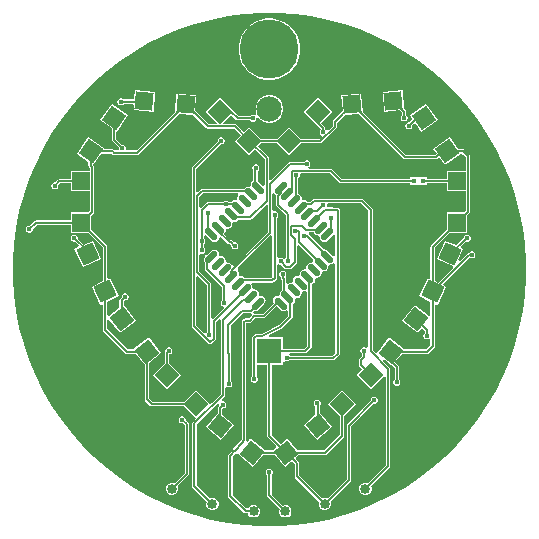
<source format=gtl>
G04*
G04 #@! TF.GenerationSoftware,Altium Limited,Altium Designer,25.0.2 (28)*
G04*
G04 Layer_Physical_Order=1*
G04 Layer_Color=255*
%FSLAX44Y44*%
%MOMM*%
G71*
G04*
G04 #@! TF.SameCoordinates,16F35CEF-FA67-4110-AEDA-BA59390F761F*
G04*
G04*
G04 #@! TF.FilePolarity,Positive*
G04*
G01*
G75*
%ADD14R,0.4500X0.4500*%
G04:AMPARAMS|DCode=15|XSize=0.55mm|YSize=1.3mm|CornerRadius=0mm|HoleSize=0mm|Usage=FLASHONLY|Rotation=315.000|XOffset=0mm|YOffset=0mm|HoleType=Round|Shape=Round|*
%AMOVALD15*
21,1,0.7500,0.5500,0.0000,0.0000,45.0*
1,1,0.5500,-0.2652,-0.2652*
1,1,0.5500,0.2652,0.2652*
%
%ADD15OVALD15*%

G04:AMPARAMS|DCode=16|XSize=0.55mm|YSize=1.3mm|CornerRadius=0mm|HoleSize=0mm|Usage=FLASHONLY|Rotation=45.000|XOffset=0mm|YOffset=0mm|HoleType=Round|Shape=Round|*
%AMOVALD16*
21,1,0.7500,0.5500,0.0000,0.0000,135.0*
1,1,0.5500,0.2652,-0.2652*
1,1,0.5500,-0.2652,0.2652*
%
%ADD16OVALD16*%

%ADD17P,2.1213X4X85.0*%
%ADD18P,2.1213X4X180.0*%
%ADD19P,2.1213X4X185.0*%
%ADD20P,2.1213X4X160.0*%
%ADD21P,2.1213X4X173.0*%
%ADD22P,2.1213X4X100.0*%
%ADD23P,2.1213X4X170.0*%
%ADD24P,2.1213X4X220.0*%
%ADD25R,1.5000X1.5000*%
%ADD26P,2.1213X4X110.0*%
%ADD27P,2.1213X4X90.0*%
%ADD28P,2.1213X4X97.0*%
%ADD29P,2.1213X4X50.0*%
%ADD35C,2.1450*%
%ADD36R,2.1450X2.1450*%
%ADD38C,0.1600*%
%ADD39C,0.8500*%
%ADD40C,5.0000*%
%ADD41C,0.4000*%
G36*
X1349727Y1005002D02*
X1363830Y1003146D01*
X1377782Y1000371D01*
X1391522Y996689D01*
X1404992Y992116D01*
X1418134Y986673D01*
X1430892Y980381D01*
X1443211Y973269D01*
X1455038Y965366D01*
X1466324Y956706D01*
X1477019Y947327D01*
X1487077Y937269D01*
X1496456Y926574D01*
X1505116Y915288D01*
X1513019Y903461D01*
X1520131Y891142D01*
X1526423Y878384D01*
X1531866Y865242D01*
X1536439Y851772D01*
X1540121Y838032D01*
X1542896Y824080D01*
X1544752Y809977D01*
X1545683Y795782D01*
Y788670D01*
Y781557D01*
X1544752Y767363D01*
X1542896Y753260D01*
X1540121Y739308D01*
X1536439Y725568D01*
X1531866Y712098D01*
X1526423Y698956D01*
X1520131Y686198D01*
X1513019Y673879D01*
X1505116Y662051D01*
X1496456Y650766D01*
X1487077Y640071D01*
X1477019Y630013D01*
X1466324Y620634D01*
X1455038Y611974D01*
X1443211Y604071D01*
X1430892Y596959D01*
X1418134Y590667D01*
X1404992Y585224D01*
X1391522Y580651D01*
X1377782Y576969D01*
X1363830Y574194D01*
X1349727Y572337D01*
X1335532Y571407D01*
X1321308D01*
X1307113Y572337D01*
X1293010Y574194D01*
X1279058Y576969D01*
X1265318Y580651D01*
X1251848Y585224D01*
X1238706Y590667D01*
X1225948Y596959D01*
X1213629Y604071D01*
X1201802Y611974D01*
X1190516Y620634D01*
X1179821Y630013D01*
X1169763Y640071D01*
X1160384Y650766D01*
X1151724Y662051D01*
X1143821Y673879D01*
X1136709Y686198D01*
X1130417Y698956D01*
X1124974Y712098D01*
X1120401Y725568D01*
X1116719Y739308D01*
X1113944Y753260D01*
X1112087Y767363D01*
X1111157Y781557D01*
Y788670D01*
Y795782D01*
X1112087Y809977D01*
X1113944Y824080D01*
X1116719Y838032D01*
X1120401Y851772D01*
X1124974Y865242D01*
X1130417Y878384D01*
X1136709Y891142D01*
X1143821Y903461D01*
X1151724Y915288D01*
X1160384Y926574D01*
X1169763Y937269D01*
X1179821Y947327D01*
X1190516Y956706D01*
X1201802Y965366D01*
X1213629Y973269D01*
X1225948Y980381D01*
X1238706Y986673D01*
X1251848Y992116D01*
X1265318Y996689D01*
X1279058Y1000371D01*
X1293010Y1003146D01*
X1307113Y1005002D01*
X1321308Y1005933D01*
X1335532D01*
X1349727Y1005002D01*
D02*
G37*
%LPC*%
G36*
X1330981Y1001360D02*
X1325859D01*
X1320836Y1000361D01*
X1316104Y998401D01*
X1311846Y995555D01*
X1308224Y991934D01*
X1305379Y987676D01*
X1303419Y982944D01*
X1302420Y977921D01*
Y972799D01*
X1303419Y967776D01*
X1305379Y963044D01*
X1308224Y958786D01*
X1311846Y955164D01*
X1316104Y952319D01*
X1320836Y950359D01*
X1325859Y949360D01*
X1330981D01*
X1336004Y950359D01*
X1340736Y952319D01*
X1344994Y955164D01*
X1348616Y958786D01*
X1351461Y963044D01*
X1353421Y967776D01*
X1354420Y972799D01*
Y977921D01*
X1353421Y982944D01*
X1351461Y987676D01*
X1348616Y991934D01*
X1344994Y995555D01*
X1340736Y998401D01*
X1336004Y1000361D01*
X1330981Y1001360D01*
D02*
G37*
G36*
X1214840Y940734D02*
X1214141Y932745D01*
X1205097D01*
X1204389Y933453D01*
X1203287Y933910D01*
X1202093D01*
X1200991Y933453D01*
X1200147Y932609D01*
X1199690Y931507D01*
Y930313D01*
X1200147Y929211D01*
X1200991Y928367D01*
X1202093Y927910D01*
X1203287D01*
X1204389Y928367D01*
X1205097Y929075D01*
X1212635D01*
X1213717Y927895D01*
X1213358Y923798D01*
X1230293Y922317D01*
X1231775Y939252D01*
X1214840Y940734D01*
D02*
G37*
G36*
X1441160D02*
X1424225Y939252D01*
X1425706Y922317D01*
X1438893Y923470D01*
X1440766Y921597D01*
Y919802D01*
X1439932Y918968D01*
X1439475Y917865D01*
Y916672D01*
X1439932Y915569D01*
X1440776Y914725D01*
X1441879Y914269D01*
X1443072D01*
X1444175Y914725D01*
X1445019Y915569D01*
X1445475Y916672D01*
Y917865D01*
X1445019Y918968D01*
X1444437Y919549D01*
Y922357D01*
X1444297Y923059D01*
X1443900Y923654D01*
X1442535Y925019D01*
X1441160Y940734D01*
D02*
G37*
G36*
X1406293Y937683D02*
X1389358Y936201D01*
X1390512Y923015D01*
X1382390Y914893D01*
X1381992Y914298D01*
X1381852Y913595D01*
Y910444D01*
X1378474Y907066D01*
X1376683Y907209D01*
X1375839Y908053D01*
X1375516Y908187D01*
Y908593D01*
X1375376Y909295D01*
X1374978Y909891D01*
X1371945Y912924D01*
X1381395Y922375D01*
X1369375Y934395D01*
X1357354Y922375D01*
X1367976Y911752D01*
X1368077Y911602D01*
X1371846Y907833D01*
Y907458D01*
X1371597Y907209D01*
X1371140Y906107D01*
Y904913D01*
X1371597Y903811D01*
X1372441Y902967D01*
X1372584Y901176D01*
X1370870Y899461D01*
X1354811D01*
X1344626Y909647D01*
X1334440Y899461D01*
X1321560D01*
X1311374Y909647D01*
X1306661Y904934D01*
X1300470Y911126D01*
X1299874Y911524D01*
X1299172Y911663D01*
X1290026D01*
X1289413Y913141D01*
X1296076Y919804D01*
X1300238Y915642D01*
X1300833Y915244D01*
X1301536Y915105D01*
X1312043D01*
X1312751Y914397D01*
X1313853Y913940D01*
X1315047D01*
X1316149Y914397D01*
X1316993Y915241D01*
X1317450Y916343D01*
Y917021D01*
X1318992Y917458D01*
X1319050Y917459D01*
X1321221Y915288D01*
X1323894Y913744D01*
X1326876Y912945D01*
X1329964D01*
X1332946Y913744D01*
X1335619Y915288D01*
X1337802Y917471D01*
X1339346Y920145D01*
X1340145Y923127D01*
Y926214D01*
X1339346Y929196D01*
X1337802Y931870D01*
X1335619Y934053D01*
X1332946Y935596D01*
X1329964Y936395D01*
X1326876D01*
X1323894Y935596D01*
X1321221Y934053D01*
X1319038Y931870D01*
X1317494Y929196D01*
X1316695Y926214D01*
Y923127D01*
X1317400Y920495D01*
X1316301Y919606D01*
X1316087Y919509D01*
X1315047Y919940D01*
X1313853D01*
X1312751Y919483D01*
X1312043Y918775D01*
X1302296D01*
X1297399Y923672D01*
X1297248Y923773D01*
X1286626Y934395D01*
X1274605Y922375D01*
X1283838Y913141D01*
X1283226Y911663D01*
X1276840D01*
X1265488Y923015D01*
X1266642Y936201D01*
X1249707Y937683D01*
X1248332Y921968D01*
X1215939Y889575D01*
X1208125D01*
X1206960Y890943D01*
Y892137D01*
X1206503Y893239D01*
X1205659Y894083D01*
X1204557Y894540D01*
X1203555D01*
X1198873Y899223D01*
Y905366D01*
X1199125Y905497D01*
X1199125D01*
X1208876Y919423D01*
X1194950Y929173D01*
X1185199Y915248D01*
X1195202Y908244D01*
Y898463D01*
X1195342Y897760D01*
X1195740Y897165D01*
X1200960Y891945D01*
Y890943D01*
X1199795Y889575D01*
X1197293D01*
X1196906Y889962D01*
X1196311Y890360D01*
X1195609Y890500D01*
X1188932D01*
X1188801Y890752D01*
Y890752D01*
X1174875Y900503D01*
X1165124Y886577D01*
X1175127Y879573D01*
Y876628D01*
X1175267Y875925D01*
X1175665Y875330D01*
X1176471Y874524D01*
Y872000D01*
X1160500D01*
Y865335D01*
X1150520D01*
X1149818Y865195D01*
X1149222Y864798D01*
X1147215Y862790D01*
X1146213D01*
X1145111Y862333D01*
X1144267Y861489D01*
X1143810Y860387D01*
Y859193D01*
X1144267Y858091D01*
X1145111Y857247D01*
X1146213Y856790D01*
X1147407D01*
X1148509Y857247D01*
X1149353Y858091D01*
X1149810Y859193D01*
Y860195D01*
X1151280Y861665D01*
X1160500D01*
Y855000D01*
X1176471D01*
Y838567D01*
X1174904Y837000D01*
X1160500D01*
Y830335D01*
X1130760D01*
X1130058Y830196D01*
X1129463Y829798D01*
X1125625Y825960D01*
X1124623D01*
X1123521Y825503D01*
X1122677Y824659D01*
X1122220Y823557D01*
Y822363D01*
X1122677Y821261D01*
X1123521Y820417D01*
X1124623Y819960D01*
X1125817D01*
X1126919Y820417D01*
X1127763Y821261D01*
X1128220Y822363D01*
Y823365D01*
X1131520Y826665D01*
X1160500D01*
Y820000D01*
X1174904D01*
X1187560Y807344D01*
Y778663D01*
X1178100Y774251D01*
X1185284Y758844D01*
X1186211Y759276D01*
X1187560Y758416D01*
Y737362D01*
X1187700Y736660D01*
X1188098Y736064D01*
X1206250Y717912D01*
X1206846Y717514D01*
X1207548Y717374D01*
X1215422D01*
X1222939Y707752D01*
Y678829D01*
X1223079Y678126D01*
X1223477Y677531D01*
X1227680Y673328D01*
X1228275Y672930D01*
X1228978Y672790D01*
X1256189D01*
X1265332Y663647D01*
X1266374Y662605D01*
X1265369Y661421D01*
X1263622Y659674D01*
X1263224Y659079D01*
X1263085Y658376D01*
Y605240D01*
X1263224Y604538D01*
X1263622Y603942D01*
X1275382Y592183D01*
X1274910Y591044D01*
Y588955D01*
X1275709Y587026D01*
X1277186Y585549D01*
X1279116Y584750D01*
X1281204D01*
X1283134Y585549D01*
X1284611Y587026D01*
X1285410Y588955D01*
Y591044D01*
X1284611Y592974D01*
X1283134Y594451D01*
X1281204Y595250D01*
X1279116D01*
X1277977Y594778D01*
X1266755Y606000D01*
Y657616D01*
X1284266Y675127D01*
X1285771Y674464D01*
X1285904Y673170D01*
X1285297Y672563D01*
X1284899Y671967D01*
X1284759Y671265D01*
Y667285D01*
X1274619Y655201D01*
X1287642Y644274D01*
X1298569Y657296D01*
X1288430Y665805D01*
Y670505D01*
X1289295Y671370D01*
X1289647D01*
X1290749Y671827D01*
X1291593Y672671D01*
X1292050Y673773D01*
Y674967D01*
X1291593Y676069D01*
X1290749Y676913D01*
X1289647Y677370D01*
X1288772D01*
X1288168Y678274D01*
X1287988Y678848D01*
X1290637Y681498D01*
X1291035Y682093D01*
X1291175Y682796D01*
Y688600D01*
X1291641Y688974D01*
X1292775Y689464D01*
X1293533Y689150D01*
X1294727D01*
X1295829Y689607D01*
X1296673Y690451D01*
X1297130Y691553D01*
Y692747D01*
X1296673Y693849D01*
X1295965Y694557D01*
Y717113D01*
X1295826Y717815D01*
X1295457Y718366D01*
Y741174D01*
X1305812Y751529D01*
X1312392D01*
X1313039Y751657D01*
X1313157Y751582D01*
X1314024Y750387D01*
X1314027Y750383D01*
X1313934Y750290D01*
X1310969Y747325D01*
X1307767D01*
X1307065Y747186D01*
X1306470Y746788D01*
X1305532Y745851D01*
X1305134Y745255D01*
X1304995Y744553D01*
Y644811D01*
X1303565Y643381D01*
X1303520Y643314D01*
X1303457Y643263D01*
X1297766Y636481D01*
X1297455Y636170D01*
X1297416Y636112D01*
X1297361Y636069D01*
X1294395Y632617D01*
X1294395Y632617D01*
X1294008Y632167D01*
X1293866Y631914D01*
X1293705Y631673D01*
X1293691Y631604D01*
X1293656Y631543D01*
X1293621Y631255D01*
X1293565Y630971D01*
X1293565Y630378D01*
Y596900D01*
X1293704Y596198D01*
X1294102Y595602D01*
X1307003Y582702D01*
X1307598Y582304D01*
X1308300Y582164D01*
X1310078Y582165D01*
X1310549Y581026D01*
X1312026Y579549D01*
X1313956Y578750D01*
X1316044D01*
X1317974Y579549D01*
X1319451Y581026D01*
X1320250Y582956D01*
Y585044D01*
X1319451Y586974D01*
X1317974Y588451D01*
X1316044Y589250D01*
X1313956D01*
X1312026Y588451D01*
X1310549Y586974D01*
X1310369Y586538D01*
X1308600Y586296D01*
X1297235Y597660D01*
Y630290D01*
X1300100Y633624D01*
X1300203Y633728D01*
X1301431Y632704D01*
X1301431Y632704D01*
X1314453Y621776D01*
X1322961Y631916D01*
X1333038D01*
X1341546Y621776D01*
X1347216Y626534D01*
X1349847Y623903D01*
Y613728D01*
X1349987Y613026D01*
X1350384Y612430D01*
X1370632Y592183D01*
X1370160Y591044D01*
Y588955D01*
X1370959Y587026D01*
X1372436Y585549D01*
X1374366Y584750D01*
X1376454D01*
X1378384Y585549D01*
X1379861Y587026D01*
X1380660Y588955D01*
Y591044D01*
X1380188Y592183D01*
X1397028Y609022D01*
X1397426Y609618D01*
X1397565Y610320D01*
Y655830D01*
X1416915Y675180D01*
X1417917D01*
X1419019Y675637D01*
X1419863Y676481D01*
X1420320Y677583D01*
Y678777D01*
X1419863Y679879D01*
X1419019Y680723D01*
X1417917Y681180D01*
X1416723D01*
X1415621Y680723D01*
X1414777Y679879D01*
X1414320Y678777D01*
Y677775D01*
X1394432Y657888D01*
X1394034Y657292D01*
X1393895Y656590D01*
Y611080D01*
X1377593Y594778D01*
X1376454Y595250D01*
X1374366D01*
X1373227Y594778D01*
X1353517Y614488D01*
Y624664D01*
X1353378Y625366D01*
X1352980Y625961D01*
X1350876Y628065D01*
X1350946Y629663D01*
X1353631Y631916D01*
X1375677D01*
X1376380Y632056D01*
X1376975Y632454D01*
X1390924Y646402D01*
X1391321Y646998D01*
X1391461Y647700D01*
Y664440D01*
X1401647Y674625D01*
X1389626Y686646D01*
X1377605Y674625D01*
X1387791Y664440D01*
Y648460D01*
X1374917Y635587D01*
X1352150D01*
X1343642Y645726D01*
X1337972Y640969D01*
X1330255Y648686D01*
Y708045D01*
X1340145D01*
Y710160D01*
X1340357Y710394D01*
X1341745Y711097D01*
X1342301Y710867D01*
X1343495D01*
X1344597Y711324D01*
X1345305Y712032D01*
X1382395D01*
X1383097Y712171D01*
X1383693Y712569D01*
X1387376Y716252D01*
X1387774Y716848D01*
X1387913Y717550D01*
Y839216D01*
X1387848Y839546D01*
X1387791Y839876D01*
X1387778Y839895D01*
X1387774Y839918D01*
X1387587Y840198D01*
X1387408Y840481D01*
X1387389Y840494D01*
X1387376Y840514D01*
X1387097Y840700D01*
X1386822Y840894D01*
X1386800Y840899D01*
X1386780Y840912D01*
X1386452Y840977D01*
X1386124Y841051D01*
X1378129Y841250D01*
X1376886Y842429D01*
Y843623D01*
X1378051Y844991D01*
X1405901D01*
X1412183Y838710D01*
Y722732D01*
X1410583Y722180D01*
X1410129Y722633D01*
X1409027Y723090D01*
X1407833D01*
X1406731Y722633D01*
X1405887Y721789D01*
X1405430Y720687D01*
Y719493D01*
X1405887Y718391D01*
X1406595Y717683D01*
Y715426D01*
X1404846Y713677D01*
X1404448Y713082D01*
X1404309Y712380D01*
Y707604D01*
X1404448Y706902D01*
X1404846Y706307D01*
X1407066Y704087D01*
X1402353Y699374D01*
X1414374Y687354D01*
X1425315Y698294D01*
X1426915Y697631D01*
Y622810D01*
X1411883Y607778D01*
X1410744Y608250D01*
X1408656D01*
X1406726Y607451D01*
X1405249Y605974D01*
X1404450Y604044D01*
Y601956D01*
X1405249Y600026D01*
X1406726Y598549D01*
X1408656Y597750D01*
X1410744D01*
X1412674Y598549D01*
X1414151Y600026D01*
X1414950Y601956D01*
Y604044D01*
X1414478Y605183D01*
X1430048Y620752D01*
X1430446Y621348D01*
X1430585Y622050D01*
Y704850D01*
X1430446Y705552D01*
X1430048Y706148D01*
X1424719Y711476D01*
X1425781Y712677D01*
X1431627Y708110D01*
X1434535Y705202D01*
Y695827D01*
X1433827Y695119D01*
X1433370Y694017D01*
Y692823D01*
X1433827Y691721D01*
X1434671Y690877D01*
X1435773Y690420D01*
X1436967D01*
X1438069Y690877D01*
X1438913Y691721D01*
X1439370Y692823D01*
Y694017D01*
X1438913Y695119D01*
X1438205Y695827D01*
Y705962D01*
X1438066Y706664D01*
X1437668Y707260D01*
X1434866Y710062D01*
X1440579Y717374D01*
X1461914D01*
X1462616Y717514D01*
X1463212Y717912D01*
X1467902Y722602D01*
X1468300Y723198D01*
X1468439Y723900D01*
Y758416D01*
X1469789Y759276D01*
X1470715Y758844D01*
X1477900Y774251D01*
X1476034Y775121D01*
X1475757Y776697D01*
X1498029Y798969D01*
X1498171Y798827D01*
X1499273Y798370D01*
X1500467D01*
X1501569Y798827D01*
X1502413Y799671D01*
X1502870Y800773D01*
Y801967D01*
X1502413Y803069D01*
X1501569Y803913D01*
X1500467Y804370D01*
X1499273D01*
X1498171Y803913D01*
X1497327Y803069D01*
X1497176Y802707D01*
X1496673Y802606D01*
X1496078Y802208D01*
X1489703Y795834D01*
X1488393Y796752D01*
X1492692Y805972D01*
X1490826Y806842D01*
X1490549Y808417D01*
X1494762Y812630D01*
X1495463Y812340D01*
X1496657D01*
X1497759Y812797D01*
X1498603Y813641D01*
X1499060Y814743D01*
Y815937D01*
X1498603Y817039D01*
X1497759Y817883D01*
X1496657Y818340D01*
X1495463D01*
X1494361Y817883D01*
X1493517Y817039D01*
X1493176Y816217D01*
X1493119Y816179D01*
X1486022Y809082D01*
X1477285Y813156D01*
X1470100Y797749D01*
X1483511Y791495D01*
X1483789Y789920D01*
X1471230Y777361D01*
X1468439Y778663D01*
Y807344D01*
X1481095Y820000D01*
X1495500D01*
Y834405D01*
X1497612Y836517D01*
X1498010Y837112D01*
X1498149Y837814D01*
Y884601D01*
X1498010Y885303D01*
X1497612Y885898D01*
X1493548Y889962D01*
X1492952Y890360D01*
X1492250Y890500D01*
X1488129D01*
X1481125Y900503D01*
X1467199Y890752D01*
X1469861Y886950D01*
X1468666Y885755D01*
X1443882D01*
X1407668Y921968D01*
X1406293Y937683D01*
D02*
G37*
G36*
X1461050Y929173D02*
X1447124Y919423D01*
X1449448Y916104D01*
X1446935Y913590D01*
X1445933D01*
X1444831Y913133D01*
X1443987Y912289D01*
X1443530Y911187D01*
Y909993D01*
X1443987Y908891D01*
X1444831Y908047D01*
X1445933Y907590D01*
X1447127D01*
X1448229Y908047D01*
X1449073Y908891D01*
X1449530Y909993D01*
Y910995D01*
X1450706Y912170D01*
X1452300Y912031D01*
X1456875Y905497D01*
X1470800Y915248D01*
X1461050Y929173D01*
D02*
G37*
G36*
X1163917Y818340D02*
X1162723D01*
X1161621Y817883D01*
X1160777Y817039D01*
X1160320Y815937D01*
Y814743D01*
X1160777Y813641D01*
X1161621Y812797D01*
X1162723Y812340D01*
X1163725D01*
X1166949Y809115D01*
X1166671Y807540D01*
X1163308Y805972D01*
X1170493Y790564D01*
X1185900Y797749D01*
X1178716Y813156D01*
X1171476Y809780D01*
X1166320Y814935D01*
Y815937D01*
X1165863Y817039D01*
X1165019Y817883D01*
X1163917Y818340D01*
D02*
G37*
G36*
X1369657Y678640D02*
X1368463D01*
X1367361Y678183D01*
X1366517Y677339D01*
X1366060Y676237D01*
Y675043D01*
X1366517Y673941D01*
X1367361Y673097D01*
X1367398Y673081D01*
Y665659D01*
X1357431Y657296D01*
X1368358Y644274D01*
X1381381Y655201D01*
X1371068Y667491D01*
Y673406D01*
X1371603Y673941D01*
X1372060Y675043D01*
Y676237D01*
X1371603Y677339D01*
X1370759Y678183D01*
X1369657Y678640D01*
D02*
G37*
G36*
X1255357Y664670D02*
X1254163D01*
X1253061Y664213D01*
X1252217Y663369D01*
X1251760Y662267D01*
Y661073D01*
X1252217Y659971D01*
X1253061Y659127D01*
X1254163Y658670D01*
X1255165D01*
X1256735Y657100D01*
Y616460D01*
X1248053Y607778D01*
X1246914Y608250D01*
X1244826D01*
X1242896Y607451D01*
X1241419Y605974D01*
X1240620Y604044D01*
Y601956D01*
X1241419Y600026D01*
X1242896Y598549D01*
X1244826Y597750D01*
X1246914D01*
X1248844Y598549D01*
X1250321Y600026D01*
X1251120Y601956D01*
Y604044D01*
X1250648Y605183D01*
X1259868Y614402D01*
X1260266Y614998D01*
X1260405Y615700D01*
Y657860D01*
X1260266Y658562D01*
X1259868Y659158D01*
X1257760Y661265D01*
Y662267D01*
X1257303Y663369D01*
X1256459Y664213D01*
X1255357Y664670D01*
D02*
G37*
G36*
X1329017Y620220D02*
X1327823D01*
X1326721Y619763D01*
X1325877Y618919D01*
X1325420Y617817D01*
Y616623D01*
X1325877Y615521D01*
X1326585Y614813D01*
Y597420D01*
X1326724Y596717D01*
X1327122Y596122D01*
X1337061Y586183D01*
X1336590Y585044D01*
Y582956D01*
X1337389Y581026D01*
X1338866Y579549D01*
X1340795Y578750D01*
X1342884D01*
X1344814Y579549D01*
X1346291Y581026D01*
X1347090Y582956D01*
Y585044D01*
X1346291Y586974D01*
X1344814Y588451D01*
X1342884Y589250D01*
X1340795D01*
X1339657Y588778D01*
X1330255Y598180D01*
Y614813D01*
X1330963Y615521D01*
X1331420Y616623D01*
Y617817D01*
X1330963Y618919D01*
X1330119Y619763D01*
X1329017Y620220D01*
D02*
G37*
%LPD*%
G36*
X1441824Y882622D02*
X1442419Y882224D01*
X1443121Y882085D01*
X1469426D01*
X1470128Y882224D01*
X1470724Y882622D01*
X1471119Y883017D01*
X1472713Y882878D01*
X1476950Y876826D01*
X1490876Y886577D01*
X1492283Y886036D01*
X1494479Y883840D01*
Y872000D01*
X1478500D01*
Y865335D01*
X1473195D01*
X1472692Y865435D01*
X1461830D01*
Y866850D01*
X1455430D01*
X1455330Y866850D01*
X1453830D01*
X1453730Y866850D01*
X1447330D01*
Y865435D01*
X1389886D01*
X1381788Y873534D01*
X1381192Y873932D01*
X1380490Y874071D01*
X1361799D01*
X1361481Y875671D01*
X1361634Y875734D01*
X1362478Y876578D01*
X1362934Y877681D01*
Y878874D01*
X1362478Y879977D01*
X1361634Y880821D01*
X1360531Y881278D01*
X1359337D01*
X1358235Y880821D01*
X1357527Y880113D01*
X1346184D01*
X1345482Y879973D01*
X1344886Y879575D01*
X1329447Y864136D01*
X1327969Y864749D01*
Y882866D01*
X1327830Y883568D01*
X1327432Y884164D01*
X1318682Y892913D01*
X1321560Y895791D01*
X1334440D01*
X1344626Y885605D01*
X1354811Y895791D01*
X1371630D01*
X1372332Y895930D01*
X1372928Y896328D01*
X1384985Y908386D01*
X1385383Y908981D01*
X1385523Y909683D01*
Y912835D01*
X1392060Y919373D01*
X1404026Y920420D01*
X1441824Y882622D01*
D02*
G37*
G36*
X1263940Y919373D02*
X1274782Y908530D01*
X1275378Y908132D01*
X1276080Y907993D01*
X1298412D01*
X1304066Y902338D01*
X1299353Y897626D01*
X1311374Y885605D01*
X1316087Y890318D01*
X1324299Y882106D01*
Y860379D01*
X1322699Y859716D01*
X1318926Y863489D01*
X1318441Y863813D01*
Y872384D01*
X1318689Y872487D01*
X1319533Y873331D01*
X1319990Y874433D01*
Y875627D01*
X1319533Y876729D01*
X1318689Y877573D01*
X1317587Y878030D01*
X1316393D01*
X1315291Y877573D01*
X1314447Y876729D01*
X1313990Y875627D01*
Y874433D01*
X1314447Y873331D01*
X1314771Y873006D01*
Y864320D01*
X1314759Y864318D01*
X1313519Y863489D01*
X1312690Y862249D01*
X1312399Y860786D01*
X1312535Y860100D01*
X1311251Y858816D01*
X1310565Y858952D01*
X1309102Y858661D01*
X1307862Y857832D01*
X1307341Y857053D01*
X1271524D01*
X1270822Y856914D01*
X1270226Y856516D01*
X1267726Y854015D01*
X1266247Y854627D01*
Y873762D01*
X1287375Y894890D01*
X1288377D01*
X1289479Y895347D01*
X1290323Y896191D01*
X1290780Y897293D01*
Y898487D01*
X1290323Y899589D01*
X1289479Y900433D01*
X1288377Y900890D01*
X1287183D01*
X1286081Y900433D01*
X1285237Y899589D01*
X1284780Y898487D01*
Y897486D01*
X1263114Y875820D01*
X1262716Y875224D01*
X1262577Y874522D01*
Y740918D01*
X1262716Y740216D01*
X1263114Y739620D01*
X1276576Y726158D01*
X1277172Y725760D01*
X1277874Y725621D01*
X1278382D01*
X1279084Y725760D01*
X1279680Y726158D01*
X1282474Y728952D01*
X1282872Y729548D01*
X1283011Y730250D01*
Y744015D01*
X1286063Y747067D01*
X1287538Y746279D01*
X1287504Y746110D01*
Y683556D01*
X1279579Y675630D01*
X1278395Y674625D01*
X1266374Y686646D01*
X1256189Y676461D01*
X1229738D01*
X1226609Y679589D01*
Y709857D01*
X1236705Y717745D01*
X1226239Y731141D01*
X1213317Y721045D01*
X1208308D01*
X1191231Y738122D01*
Y745738D01*
X1192831Y746289D01*
X1201761Y734859D01*
X1215157Y745325D01*
X1205061Y758247D01*
Y761776D01*
X1206095Y762810D01*
X1207097D01*
X1208199Y763267D01*
X1209043Y764111D01*
X1209500Y765213D01*
Y766407D01*
X1209043Y767509D01*
X1208199Y768353D01*
X1207097Y768810D01*
X1205903D01*
X1204801Y768353D01*
X1203957Y767509D01*
X1203500Y766407D01*
Y765405D01*
X1201928Y763834D01*
X1201530Y763238D01*
X1201391Y762536D01*
Y756143D01*
X1192831Y749455D01*
X1191231Y750236D01*
Y761617D01*
X1200692Y766028D01*
X1193507Y781435D01*
X1192580Y781003D01*
X1191231Y781863D01*
Y808105D01*
X1191091Y808807D01*
X1190693Y809402D01*
X1177500Y822596D01*
Y834405D01*
X1179604Y836509D01*
X1180002Y837104D01*
X1180141Y837806D01*
Y875284D01*
X1180002Y875986D01*
X1179604Y876582D01*
X1179177Y877008D01*
X1186054Y886830D01*
X1194848D01*
X1195236Y886442D01*
X1195831Y886044D01*
X1196533Y885905D01*
X1216699D01*
X1217401Y886044D01*
X1217997Y886442D01*
X1251974Y920420D01*
X1263940Y919373D01*
D02*
G37*
G36*
X1301451Y853113D02*
X1301943Y851783D01*
X1301376Y850935D01*
X1301085Y849472D01*
X1301222Y848786D01*
X1299937Y847502D01*
X1299252Y847638D01*
X1297789Y847347D01*
X1296548Y846518D01*
X1296120Y845877D01*
X1293997D01*
X1293289Y846585D01*
X1292187Y847042D01*
X1290993D01*
X1289891Y846585D01*
X1289183Y845877D01*
X1276350D01*
X1275648Y845738D01*
X1275052Y845340D01*
X1270641Y840929D01*
X1269041Y841591D01*
Y850140D01*
X1272284Y853383D01*
X1301234D01*
X1301451Y853113D01*
D02*
G37*
G36*
X1327093Y843109D02*
Y820660D01*
X1298450Y792018D01*
X1297511Y792145D01*
X1296630Y792460D01*
X1295945Y793486D01*
X1294705Y794315D01*
X1293241Y794606D01*
X1292557Y794469D01*
X1291272Y795754D01*
X1291408Y796439D01*
X1291117Y797902D01*
X1290288Y799142D01*
X1289048Y799971D01*
X1287585Y800262D01*
X1286899Y800126D01*
X1285615Y801410D01*
X1285751Y802096D01*
X1285460Y803559D01*
X1284631Y804799D01*
X1283391Y805628D01*
X1281928Y805919D01*
X1280465Y805628D01*
X1279224Y804799D01*
X1275704Y801279D01*
X1275334D01*
X1274632Y801140D01*
X1274036Y800742D01*
X1273638Y800146D01*
X1273499Y799444D01*
Y798864D01*
X1273092Y798256D01*
X1272801Y796793D01*
X1273092Y795329D01*
X1273499Y794721D01*
Y789432D01*
X1273638Y788730D01*
X1274036Y788134D01*
X1288485Y773686D01*
Y763137D01*
X1287777Y762429D01*
X1287320Y761327D01*
Y760133D01*
X1287777Y759031D01*
X1288621Y758187D01*
X1289405Y757862D01*
X1289852Y756758D01*
X1289935Y756130D01*
X1280801Y746996D01*
X1279201Y747659D01*
Y776224D01*
X1279062Y776926D01*
X1278664Y777522D01*
X1269041Y787144D01*
Y801124D01*
X1270641Y802193D01*
X1270673Y802180D01*
X1271867D01*
X1272969Y802637D01*
X1273813Y803481D01*
X1274270Y804583D01*
Y805777D01*
X1273813Y806879D01*
X1273105Y807587D01*
Y810393D01*
X1273813Y811101D01*
X1274270Y812203D01*
Y813397D01*
X1273813Y814499D01*
X1273105Y815207D01*
Y817037D01*
X1274705Y817700D01*
X1279224Y813181D01*
X1280465Y812352D01*
X1281928Y812061D01*
X1283391Y812352D01*
X1284631Y813181D01*
X1285460Y814421D01*
X1285731Y815780D01*
X1286144Y816049D01*
X1287257Y816517D01*
X1293325Y810449D01*
X1293920Y810051D01*
X1294623Y809911D01*
X1295034D01*
X1296210Y808735D01*
Y808383D01*
X1296667Y807281D01*
X1297511Y806437D01*
X1298613Y805980D01*
X1299807D01*
X1300909Y806437D01*
X1301753Y807281D01*
X1302210Y808383D01*
Y809577D01*
X1301753Y810679D01*
X1300909Y811523D01*
X1299807Y811980D01*
X1298613D01*
X1298290Y811846D01*
X1297092Y813044D01*
X1296496Y813442D01*
X1295794Y813582D01*
X1295383D01*
X1290274Y818691D01*
X1290288Y818838D01*
X1291117Y820078D01*
X1291408Y821541D01*
X1291272Y822226D01*
X1292557Y823511D01*
X1293241Y823374D01*
X1294705Y823665D01*
X1295945Y824494D01*
X1296774Y825735D01*
X1297065Y827198D01*
X1296929Y827883D01*
X1298213Y829168D01*
X1298898Y829032D01*
X1300362Y829323D01*
X1301602Y830151D01*
X1302182Y831020D01*
X1312153D01*
X1312855Y831159D01*
X1313450Y831557D01*
X1325614Y843721D01*
X1327093Y843109D01*
D02*
G37*
G36*
X1365723Y820078D02*
X1366552Y818838D01*
X1367793Y818009D01*
X1369256Y817718D01*
X1369941Y817854D01*
X1371225Y816569D01*
X1371089Y815884D01*
X1371380Y814421D01*
X1372209Y813181D01*
X1373449Y812352D01*
X1374912Y812061D01*
X1376375Y812352D01*
X1377616Y813181D01*
X1382643Y818207D01*
X1383718Y817945D01*
X1384243Y817590D01*
Y800389D01*
X1383718Y800035D01*
X1382643Y799772D01*
X1377616Y804799D01*
X1376375Y805628D01*
X1374912Y805919D01*
X1374757Y805888D01*
X1361849Y818797D01*
X1361519Y819017D01*
X1361642Y820233D01*
X1361786Y820617D01*
X1365616D01*
X1365723Y820078D01*
D02*
G37*
G36*
X1332611Y852779D02*
X1333851Y851950D01*
X1334310Y851859D01*
X1334205Y851329D01*
Y843726D01*
X1334344Y843024D01*
X1334742Y842428D01*
X1342155Y835016D01*
Y798642D01*
X1340778Y797734D01*
X1339880Y797962D01*
X1339517Y798325D01*
X1338415Y798782D01*
X1337221D01*
X1336119Y798325D01*
X1334573Y799043D01*
Y832457D01*
X1335281Y833165D01*
X1335738Y834268D01*
Y835461D01*
X1335281Y836564D01*
X1334437Y837408D01*
X1333335Y837865D01*
X1332141D01*
X1330763Y839025D01*
Y852663D01*
X1332363Y853149D01*
X1332611Y852779D01*
D02*
G37*
G36*
X1365636Y797463D02*
X1365432Y796439D01*
X1365568Y795754D01*
X1364283Y794469D01*
X1363599Y794606D01*
X1362135Y794315D01*
X1360895Y793486D01*
X1360066Y792245D01*
X1359775Y790782D01*
X1359911Y790097D01*
X1358627Y788812D01*
X1357941Y788949D01*
X1356478Y788658D01*
X1355238Y787829D01*
X1354409Y786588D01*
X1354118Y785125D01*
X1354254Y784441D01*
X1352970Y783156D01*
X1352285Y783292D01*
X1350822Y783001D01*
X1349581Y782172D01*
X1348752Y780932D01*
X1348461Y779469D01*
X1348598Y778783D01*
X1347313Y777498D01*
X1346628Y777635D01*
X1345165Y777344D01*
X1344301Y776767D01*
X1343009Y777234D01*
X1342701Y777476D01*
Y780655D01*
X1342562Y781357D01*
X1342164Y781952D01*
X1342144Y781972D01*
Y782912D01*
X1342393Y783161D01*
X1342850Y784263D01*
Y785457D01*
X1342393Y786559D01*
X1341549Y787403D01*
X1340447Y787860D01*
X1339253D01*
X1338151Y787403D01*
X1337307Y786559D01*
X1336850Y785457D01*
Y784263D01*
X1337307Y783161D01*
X1338151Y782317D01*
X1338474Y782183D01*
Y781211D01*
X1338614Y780509D01*
X1339012Y779914D01*
X1339031Y779894D01*
Y771368D01*
X1338268Y770858D01*
X1337439Y769618D01*
X1337148Y768155D01*
X1337284Y767469D01*
X1336000Y766185D01*
X1335314Y766321D01*
X1333851Y766030D01*
X1332611Y765201D01*
X1331782Y763961D01*
X1331491Y762498D01*
X1331782Y761035D01*
X1332061Y760617D01*
X1322834Y751389D01*
X1315793D01*
X1315587Y751348D01*
X1315098Y751852D01*
X1314971Y752142D01*
X1314825Y752869D01*
X1315450Y753525D01*
X1316223Y753371D01*
X1317686Y753662D01*
X1318926Y754491D01*
X1324229Y759794D01*
X1325058Y761035D01*
X1325349Y762498D01*
X1325058Y763961D01*
X1324229Y765201D01*
X1322989Y766030D01*
X1321526Y766321D01*
X1320840Y766185D01*
X1319556Y767469D01*
X1319692Y768155D01*
X1319401Y769618D01*
X1318572Y770858D01*
X1317332Y771687D01*
X1315869Y771978D01*
X1315184Y771842D01*
X1313899Y773127D01*
X1314036Y773811D01*
X1313745Y775275D01*
X1313199Y776091D01*
X1313740Y777492D01*
X1313908Y777691D01*
X1330833D01*
X1331535Y777830D01*
X1332131Y778228D01*
X1334036Y780133D01*
X1334434Y780729D01*
X1334573Y781431D01*
Y792521D01*
X1336119Y793239D01*
X1337221Y792782D01*
X1338223D01*
X1341092Y789912D01*
X1341688Y789514D01*
X1342390Y789375D01*
X1346200D01*
X1346902Y789514D01*
X1347498Y789912D01*
X1351562Y793976D01*
X1351960Y794572D01*
X1352099Y795274D01*
Y808909D01*
X1353578Y809521D01*
X1365636Y797463D01*
D02*
G37*
G36*
X1383658Y793590D02*
X1384243Y793195D01*
Y718310D01*
X1381635Y715702D01*
X1346009D01*
X1345515Y716086D01*
X1345346Y716335D01*
X1346194Y717935D01*
X1358900D01*
X1359602Y718074D01*
X1360198Y718472D01*
X1363500Y721774D01*
X1363898Y722370D01*
X1364037Y723072D01*
Y776156D01*
X1364708Y776289D01*
X1365948Y777118D01*
X1366777Y778359D01*
X1367068Y779822D01*
X1366932Y780507D01*
X1368216Y781792D01*
X1368902Y781655D01*
X1370365Y781946D01*
X1371606Y782775D01*
X1372434Y784016D01*
X1372725Y785479D01*
X1372589Y786163D01*
X1373874Y787448D01*
X1374559Y787312D01*
X1376022Y787603D01*
X1377262Y788432D01*
X1378091Y789672D01*
X1378382Y791135D01*
X1378246Y791821D01*
X1379530Y793105D01*
X1380216Y792969D01*
X1381679Y793260D01*
X1382643Y793904D01*
X1383658Y793590D01*
D02*
G37*
G36*
X1330903Y817016D02*
Y782191D01*
X1330073Y781361D01*
X1307800D01*
X1307259Y782172D01*
X1306018Y783001D01*
X1304555Y783292D01*
X1303871Y783156D01*
X1302586Y784441D01*
X1302722Y785125D01*
X1302431Y786588D01*
X1301602Y787829D01*
X1301467Y789843D01*
X1329303Y817679D01*
X1330903Y817016D01*
D02*
G37*
G36*
X1387828Y862302D02*
X1388424Y861904D01*
X1389126Y861765D01*
X1447330D01*
Y860350D01*
X1453730D01*
X1453830Y860350D01*
X1455330D01*
X1455430Y860350D01*
X1461830D01*
Y861765D01*
X1472289D01*
X1472792Y861665D01*
X1478500D01*
Y855000D01*
X1494479D01*
Y838575D01*
X1492904Y837000D01*
X1478500D01*
Y822596D01*
X1465306Y809402D01*
X1464909Y808807D01*
X1464769Y808105D01*
Y781863D01*
X1463419Y781003D01*
X1462493Y781435D01*
X1455308Y766028D01*
X1464769Y761617D01*
Y750236D01*
X1463169Y749455D01*
X1451309Y758721D01*
X1440843Y745325D01*
X1454239Y734859D01*
X1456948Y738326D01*
X1458545Y738424D01*
X1459935Y737034D01*
Y735197D01*
X1459227Y734489D01*
X1458770Y733387D01*
Y732193D01*
X1459227Y731091D01*
X1460071Y730247D01*
X1461173Y729790D01*
X1462367D01*
X1463169Y730122D01*
X1464238Y729677D01*
X1464769Y729284D01*
Y724660D01*
X1461154Y721045D01*
X1442683D01*
X1429761Y731141D01*
X1419917Y718541D01*
X1417911Y718285D01*
X1415853Y720342D01*
Y839470D01*
X1415714Y840172D01*
X1415316Y840768D01*
X1407959Y848124D01*
X1407364Y848522D01*
X1406662Y848662D01*
X1366362D01*
X1365660Y848522D01*
X1365064Y848124D01*
X1362563Y845623D01*
X1360890D01*
X1360292Y846518D01*
X1359051Y847347D01*
X1357588Y847638D01*
X1356903Y847502D01*
X1355618Y848786D01*
X1355755Y849472D01*
X1355464Y850935D01*
X1354635Y852176D01*
X1353394Y853004D01*
X1352861Y853110D01*
Y866019D01*
X1353569Y866727D01*
X1354026Y867829D01*
Y869023D01*
X1355187Y870401D01*
X1379730D01*
X1387828Y862302D01*
D02*
G37*
G36*
X1359821Y770021D02*
X1360367Y769587D01*
Y723832D01*
X1358140Y721605D01*
X1340145D01*
Y731495D01*
X1328287D01*
X1327915Y733051D01*
X1338591Y738462D01*
X1338819Y738641D01*
X1339059Y738801D01*
X1347498Y747240D01*
X1347896Y747836D01*
X1348035Y748538D01*
Y759518D01*
X1348978Y760148D01*
X1349807Y761388D01*
X1350098Y762851D01*
X1349962Y763536D01*
X1351247Y764821D01*
X1351931Y764685D01*
X1353394Y764976D01*
X1354635Y765805D01*
X1355464Y767045D01*
X1355755Y768508D01*
X1355618Y769194D01*
X1356903Y770478D01*
X1357588Y770342D01*
X1358767Y770576D01*
X1359821Y770021D01*
D02*
G37*
G36*
X1275531Y775464D02*
Y735832D01*
X1274823Y735124D01*
X1273006Y734919D01*
X1266247Y741678D01*
Y782657D01*
X1267726Y783269D01*
X1275531Y775464D01*
D02*
G37*
G36*
X1337914Y754491D02*
X1339154Y753662D01*
X1340618Y753371D01*
X1342081Y753662D01*
X1342765Y754119D01*
X1344365Y753392D01*
Y749298D01*
X1336671Y741604D01*
X1321925Y734130D01*
X1316949D01*
X1316247Y733990D01*
X1315652Y733593D01*
X1314422Y732363D01*
X1314025Y731768D01*
X1313885Y731066D01*
Y728842D01*
X1313885Y728842D01*
Y698367D01*
X1313177Y697659D01*
X1312720Y696557D01*
Y695363D01*
X1313177Y694261D01*
X1314021Y693417D01*
X1315123Y692960D01*
X1316317D01*
X1317419Y693417D01*
X1318263Y694261D01*
X1318720Y695363D01*
Y696557D01*
X1318263Y697659D01*
X1317555Y698367D01*
Y708045D01*
X1326585D01*
Y647926D01*
X1326724Y647223D01*
X1327122Y646628D01*
X1334312Y639438D01*
X1334243Y637839D01*
X1331558Y635587D01*
X1324442D01*
X1312358Y645726D01*
X1310072Y643002D01*
X1308604Y643742D01*
X1308665Y644051D01*
Y743655D01*
X1311729D01*
X1312432Y743794D01*
X1313027Y744192D01*
X1316554Y747719D01*
X1323594D01*
X1324296Y747858D01*
X1324892Y748256D01*
X1334520Y757885D01*
X1337914Y754491D01*
D02*
G37*
%LPC*%
G36*
X1243927Y723090D02*
X1242733D01*
X1241631Y722633D01*
X1240787Y721789D01*
X1240330Y720687D01*
Y719493D01*
X1240464Y719170D01*
X1240328Y719034D01*
X1239930Y718439D01*
X1239790Y717736D01*
Y709560D01*
X1229605Y699374D01*
X1241626Y687354D01*
X1253646Y699374D01*
X1243461Y709560D01*
Y716976D01*
X1243575Y717090D01*
X1243927D01*
X1245029Y717547D01*
X1245873Y718391D01*
X1246330Y719493D01*
Y720687D01*
X1245873Y721789D01*
X1245029Y722633D01*
X1243927Y723090D01*
D02*
G37*
%LPD*%
D14*
X1450580Y863600D02*
D03*
X1458580D02*
D03*
D15*
X1337966Y858134D02*
D03*
X1343623Y852477D02*
D03*
X1349279Y846820D02*
D03*
X1354937Y841163D02*
D03*
X1360593Y835507D02*
D03*
X1366250Y829849D02*
D03*
X1371907Y824193D02*
D03*
X1377564Y818536D02*
D03*
X1318874Y759846D02*
D03*
X1313217Y765503D02*
D03*
X1307560Y771160D02*
D03*
X1301903Y776817D02*
D03*
X1296247Y782473D02*
D03*
X1290590Y788130D02*
D03*
X1284933Y793787D02*
D03*
X1279276Y799444D02*
D03*
D16*
X1377564D02*
D03*
X1371907Y793787D02*
D03*
X1366250Y788130D02*
D03*
X1360593Y782473D02*
D03*
X1354937Y776817D02*
D03*
X1349279Y771160D02*
D03*
X1343623Y765503D02*
D03*
X1337966Y759846D02*
D03*
X1279276Y818536D02*
D03*
X1284933Y824193D02*
D03*
X1290590Y829849D02*
D03*
X1296247Y835507D02*
D03*
X1301903Y841163D02*
D03*
X1307560Y846820D02*
D03*
X1313217Y852477D02*
D03*
X1318874Y858134D02*
D03*
D17*
X1369406Y656249D02*
D03*
X1342594Y633751D02*
D03*
D18*
X1241626Y699374D02*
D03*
X1266374Y674625D02*
D03*
X1286626Y922375D02*
D03*
X1311374Y897626D02*
D03*
D19*
X1286594Y656249D02*
D03*
X1313406Y633751D02*
D03*
D20*
X1174604Y801860D02*
D03*
X1189396Y770140D02*
D03*
D21*
X1203226Y746790D02*
D03*
X1224774Y719210D02*
D03*
D22*
X1197038Y917335D02*
D03*
X1176962Y888665D02*
D03*
D23*
X1458962Y917335D02*
D03*
X1479037Y888665D02*
D03*
D24*
X1222567Y931525D02*
D03*
X1257434Y928475D02*
D03*
D25*
X1169000Y863500D02*
D03*
Y828500D02*
D03*
X1487000Y863500D02*
D03*
Y828500D02*
D03*
D26*
X1481396Y801860D02*
D03*
X1466604Y770140D02*
D03*
D27*
X1414374Y699374D02*
D03*
X1389626Y674625D02*
D03*
X1369375Y922375D02*
D03*
X1344626Y897626D02*
D03*
D28*
X1452774Y746790D02*
D03*
X1431226Y719210D02*
D03*
D29*
X1433433Y931525D02*
D03*
X1398567Y928475D02*
D03*
D35*
X1328420Y924670D02*
D03*
D36*
Y719770D02*
D03*
D38*
X1286594Y671265D02*
X1289050Y673721D01*
X1286594Y656249D02*
Y671265D01*
X1289050Y673721D02*
Y674370D01*
X1289340Y682796D02*
Y746110D01*
X1264920Y658376D02*
X1289340Y682796D01*
X1264920Y605240D02*
Y658376D01*
Y605240D02*
X1280160Y590000D01*
X1293622Y717621D02*
Y741934D01*
Y717621D02*
X1294130Y717113D01*
Y692150D02*
Y717113D01*
X1289340Y746110D02*
X1306353Y763123D01*
X1293622Y741934D02*
X1305052Y753364D01*
X1281176Y744775D02*
X1307560Y771160D01*
X1277874Y727456D02*
X1278382D01*
X1264412Y740918D02*
X1277874Y727456D01*
X1278382D02*
X1281176Y730250D01*
Y744775D01*
X1277366Y733425D02*
Y776224D01*
X1306353Y763123D02*
X1310837D01*
X1313217Y765503D01*
X1311729Y745490D02*
X1315325Y749085D01*
X1307767Y745490D02*
X1311729D01*
X1306830Y744553D02*
X1307767Y745490D01*
X1315325Y749085D02*
X1315793Y749554D01*
X1323594D01*
X1306830Y644051D02*
Y744553D01*
X1258570Y615700D02*
Y657860D01*
X1254760Y661670D02*
X1258570Y657860D01*
X1443121Y883920D02*
X1469426D01*
X1398567Y928475D02*
X1443121Y883920D01*
X1469426D02*
X1474171Y888665D01*
X1492250D01*
X1304863Y642083D02*
X1306830Y644051D01*
X1337200Y760612D02*
X1337966Y759846D01*
X1334652Y760612D02*
X1337200D01*
X1323594Y749554D02*
X1334652Y760612D01*
X1315720Y728842D02*
Y731066D01*
X1315720Y728842D02*
X1315720Y728842D01*
X1315720Y728289D02*
Y728842D01*
X1315720Y731066D02*
X1316949Y732295D01*
X1322363D02*
X1337761Y740099D01*
X1346200Y748538D01*
X1315720Y695960D02*
Y728289D01*
X1316949Y732295D02*
X1322363D01*
X1346200Y748538D02*
Y765503D01*
X1328420Y597420D02*
Y617220D01*
X1313406Y633751D02*
X1342594D01*
X1328420Y647926D02*
X1342594Y633751D01*
X1328420Y647926D02*
Y719770D01*
Y597420D02*
X1341840Y584000D01*
X1298753Y634873D02*
X1299120Y635240D01*
X1304863Y642083D01*
X1295786Y631421D02*
X1298753Y634873D01*
X1383687Y913595D02*
X1398567Y928475D01*
X1362202Y723072D02*
Y782473D01*
X1414018Y719582D02*
X1428750Y704850D01*
X1409700Y603000D02*
X1428750Y622050D01*
Y704850D01*
X1414018Y719582D02*
Y839470D01*
X1408430Y714666D02*
Y720090D01*
X1406144Y712380D02*
X1408430Y714666D01*
X1406144Y707604D02*
Y712380D01*
X1406662Y846826D02*
X1414018Y839470D01*
X1221951Y930910D02*
X1222567Y931525D01*
X1202690Y930910D02*
X1221951D01*
X1195609Y888665D02*
X1196533Y887740D01*
X1216699D01*
X1197038Y898463D02*
Y917335D01*
Y898463D02*
X1203960Y891540D01*
X1216699Y887740D02*
X1257434Y928475D01*
X1176962Y888665D02*
X1195609D01*
X1146810Y859790D02*
X1150520Y863500D01*
X1169000D01*
X1176962Y876628D02*
X1178306Y875284D01*
X1169000Y828500D02*
X1178306Y837806D01*
Y875284D01*
X1130760Y828500D02*
X1169000D01*
X1125220Y822960D02*
X1130760Y828500D01*
X1163320Y815340D02*
X1174604Y804056D01*
Y801860D02*
Y804056D01*
X1169000Y828500D02*
X1189396Y808105D01*
Y770140D02*
Y808105D01*
Y737362D02*
Y770140D01*
X1275334Y796793D02*
Y799444D01*
Y789432D02*
X1290320Y774446D01*
X1275334Y789432D02*
Y796793D01*
X1290320Y760730D02*
Y774446D01*
X1295794Y811747D02*
X1298561Y808980D01*
X1299210D01*
X1294623Y811747D02*
X1295794D01*
X1271270Y805180D02*
Y838962D01*
X1284933Y821436D02*
X1294623Y811747D01*
X1284933Y821436D02*
Y824193D01*
X1271270Y838962D02*
X1276350Y844042D01*
X1267206Y786384D02*
X1277366Y776224D01*
X1264412Y874522D02*
X1287780Y897890D01*
X1267206Y786384D02*
Y850900D01*
X1271524Y855218D01*
X1264412Y740918D02*
Y874522D01*
X1350391Y821690D02*
X1353089D01*
X1353343Y812351D02*
Y821436D01*
X1353089Y821690D02*
X1353343Y821436D01*
X1340309Y781211D02*
Y784401D01*
X1339850Y784860D02*
X1340309Y784401D01*
Y781211D02*
X1340866Y780655D01*
Y768260D02*
Y780655D01*
Y768260D02*
X1343623Y765503D01*
X1346200D01*
X1316606Y860402D02*
Y874646D01*
Y860402D02*
X1318874Y858134D01*
X1316606Y874646D02*
X1316990Y875030D01*
X1286626Y922375D02*
X1296101D01*
X1301536Y916940D02*
X1314450D01*
X1296101Y922375D02*
X1301536Y916940D01*
X1311374Y897626D02*
X1344626D01*
X1373681Y905969D02*
Y908593D01*
X1369375Y912899D02*
X1373681Y908593D01*
X1369375Y912899D02*
Y922375D01*
X1344626Y897626D02*
X1371630D01*
X1383687Y909683D01*
X1373681Y905969D02*
X1374140Y905510D01*
X1383687Y909683D02*
Y913595D01*
X1433433Y931525D02*
Y931525D01*
X1453275Y917335D02*
X1458962D01*
X1442475Y917269D02*
X1442602Y917395D01*
X1433433Y931525D02*
X1442602Y922357D01*
X1446530Y910590D02*
X1453275Y917335D01*
X1442602Y917395D02*
Y922357D01*
X1466604Y770140D02*
X1466604D01*
X1499411Y800911D02*
X1499870Y801370D01*
X1466604Y770140D02*
X1497375Y800911D01*
X1499411D01*
X1481396Y801860D02*
X1481396D01*
X1494417Y814881D02*
X1495601D01*
X1496060Y815340D01*
X1481396Y801860D02*
X1494417Y814881D01*
X1452774Y746790D02*
X1461770Y737794D01*
X1452774Y746790D02*
Y746790D01*
X1461770Y732790D02*
Y737794D01*
X1466604Y723900D02*
Y770140D01*
X1461914Y719210D02*
X1466604Y723900D01*
X1395730Y610320D02*
Y656590D01*
X1417320Y678180D01*
X1436370Y693420D02*
Y705962D01*
X1431226Y711106D02*
Y719210D01*
Y711106D02*
X1436370Y705962D01*
X1375410Y590000D02*
X1395730Y610320D01*
X1351682Y613728D02*
X1375410Y590000D01*
X1351682Y613728D02*
Y624664D01*
X1342594Y633751D02*
X1351682Y624664D01*
X1369233Y656422D02*
X1369406Y656249D01*
X1369233Y656422D02*
Y675467D01*
X1369060Y675640D02*
X1369233Y675467D01*
X1203226Y746790D02*
Y762536D01*
X1206500Y765810D01*
X1241626Y699374D02*
Y717736D01*
X1243330Y719441D01*
Y720090D01*
X1245870Y603000D02*
X1258570Y615700D01*
X1295400Y630971D02*
X1295786Y631421D01*
X1295400Y630378D02*
X1295400Y630971D01*
X1308300Y584000D02*
X1315000Y584000D01*
X1308300Y584000D02*
X1308300D01*
X1295400Y596900D02*
Y630378D01*
Y596900D02*
X1308300Y584000D01*
X1301903Y779526D02*
X1330833D01*
X1349279Y849376D02*
X1351026D01*
X1360593Y838200D02*
X1369060D01*
X1354937Y843788D02*
X1363324D01*
X1276350Y844042D02*
X1291590D01*
X1301903D01*
X1466604Y770140D02*
Y808105D01*
X1487000Y828500D01*
X1176962Y876628D02*
Y888665D01*
X1406144Y707604D02*
X1414374Y699374D01*
X1305052Y753364D02*
X1312392D01*
X1318874Y759846D01*
X1301903Y776817D02*
Y779526D01*
X1330833D02*
X1332738Y781431D01*
Y834865D01*
X1380236Y821208D02*
Y832485D01*
X1377564Y818536D02*
X1380236Y821208D01*
X1342898Y713867D02*
X1382395D01*
X1386078Y717550D01*
Y839216D01*
X1375871Y839470D02*
X1386078Y839216D01*
X1366250Y829849D02*
X1375871Y839470D01*
X1354937Y841163D02*
Y843788D01*
X1363324D02*
X1366362Y846826D01*
X1406662D01*
X1343990Y795864D02*
Y835776D01*
X1336040Y843726D02*
X1343990Y835776D01*
X1336040Y843726D02*
Y851329D01*
X1337966Y853255D01*
Y858134D01*
X1301903Y841163D02*
Y844042D01*
X1271524Y855218D02*
X1310476D01*
X1313217Y852477D01*
X1275334Y799444D02*
X1279276D01*
X1353343Y812351D02*
X1371907Y793787D01*
X1431226Y719210D02*
X1461914D01*
X1299172Y909828D02*
X1311374Y897626D01*
X1276080Y909828D02*
X1299172D01*
X1257434Y928475D02*
X1276080Y909828D01*
X1360593Y835507D02*
Y838200D01*
X1369060D02*
X1373886Y843026D01*
X1328420Y719770D02*
X1358900D01*
X1362202Y723072D01*
X1360593Y782473D02*
X1362202D01*
X1296247D02*
Y787219D01*
X1328928Y819900D01*
Y861021D01*
X1346184Y878278D01*
X1359934D01*
X1389126Y863600D02*
X1450580D01*
X1380490Y872236D02*
X1389126Y863600D01*
X1347470Y872236D02*
X1380490D01*
X1347216Y871982D02*
X1347470Y872236D01*
X1347216Y856070D02*
Y871982D01*
X1343623Y852477D02*
X1347216Y856070D01*
X1377564Y799444D02*
Y800486D01*
X1360551Y817499D02*
X1377564Y800486D01*
X1357376Y817499D02*
X1360551D01*
X1337818Y795782D02*
X1342390Y791210D01*
X1346200D01*
X1350264Y795274D01*
Y814461D01*
X1346591Y818134D02*
X1350264Y814461D01*
X1346591Y818134D02*
Y825246D01*
X1346845Y825500D01*
X1356106D01*
X1359154Y822452D01*
X1367515D01*
X1369256Y824193D01*
X1371907D01*
X1276604Y821208D02*
Y836676D01*
Y821208D02*
X1279276Y818536D01*
X1349279Y846820D02*
Y849376D01*
X1351026D02*
Y868426D01*
X1296247Y835507D02*
X1298899Y832855D01*
X1312153D01*
X1326134Y846836D01*
Y882866D01*
X1311374Y897626D02*
X1326134Y882866D01*
X1228978Y674625D02*
X1266374D01*
X1224774Y678829D02*
X1228978Y674625D01*
X1224774Y678829D02*
Y719210D01*
X1389626Y647700D02*
Y674625D01*
X1375677Y633751D02*
X1389626Y647700D01*
X1342594Y633751D02*
X1375677D01*
X1189396Y737362D02*
X1207548Y719210D01*
X1224774D01*
X1492250Y888665D02*
X1496314Y884601D01*
Y837814D02*
Y884601D01*
X1487000Y828500D02*
X1496314Y837814D01*
X1472792Y863500D02*
X1487000D01*
X1472692Y863600D02*
X1472792Y863500D01*
X1458580Y863600D02*
X1472692D01*
D39*
X1245870Y603000D02*
D03*
X1375410Y590000D02*
D03*
X1315000Y584000D02*
D03*
X1280160Y590000D02*
D03*
X1341840Y584000D02*
D03*
X1409700Y603000D02*
D03*
D40*
X1328420Y975360D02*
D03*
D41*
X1289050Y674370D02*
D03*
X1294130Y692150D02*
D03*
X1277366Y733425D02*
D03*
X1254760Y661670D02*
D03*
X1315720Y695960D02*
D03*
X1328420Y617220D02*
D03*
X1408430Y720090D02*
D03*
X1202690Y930910D02*
D03*
X1203960Y891540D02*
D03*
X1146810Y859790D02*
D03*
X1125220Y822960D02*
D03*
X1163320Y815340D02*
D03*
X1290320Y760730D02*
D03*
X1299210Y808980D02*
D03*
X1271270Y805180D02*
D03*
Y812800D02*
D03*
X1350391Y821690D02*
D03*
X1339850Y784860D02*
D03*
X1316990Y875030D02*
D03*
X1314450Y916940D02*
D03*
X1287780Y897890D02*
D03*
X1374140Y905510D02*
D03*
X1442475Y917269D02*
D03*
X1446530Y910590D02*
D03*
X1499870Y801370D02*
D03*
X1496060Y815340D02*
D03*
X1461770Y732790D02*
D03*
X1436370Y693420D02*
D03*
X1417320Y678180D02*
D03*
X1369060Y675640D02*
D03*
X1206500Y765810D02*
D03*
X1243330Y720090D02*
D03*
X1332738Y834865D02*
D03*
X1380236Y832485D02*
D03*
X1342898Y713867D02*
D03*
X1343990Y795864D02*
D03*
X1291590Y844042D02*
D03*
X1373886Y843026D02*
D03*
X1359934Y878278D02*
D03*
X1357376Y817499D02*
D03*
X1337818Y795782D02*
D03*
X1276604Y836676D02*
D03*
X1351026Y868426D02*
D03*
M02*

</source>
